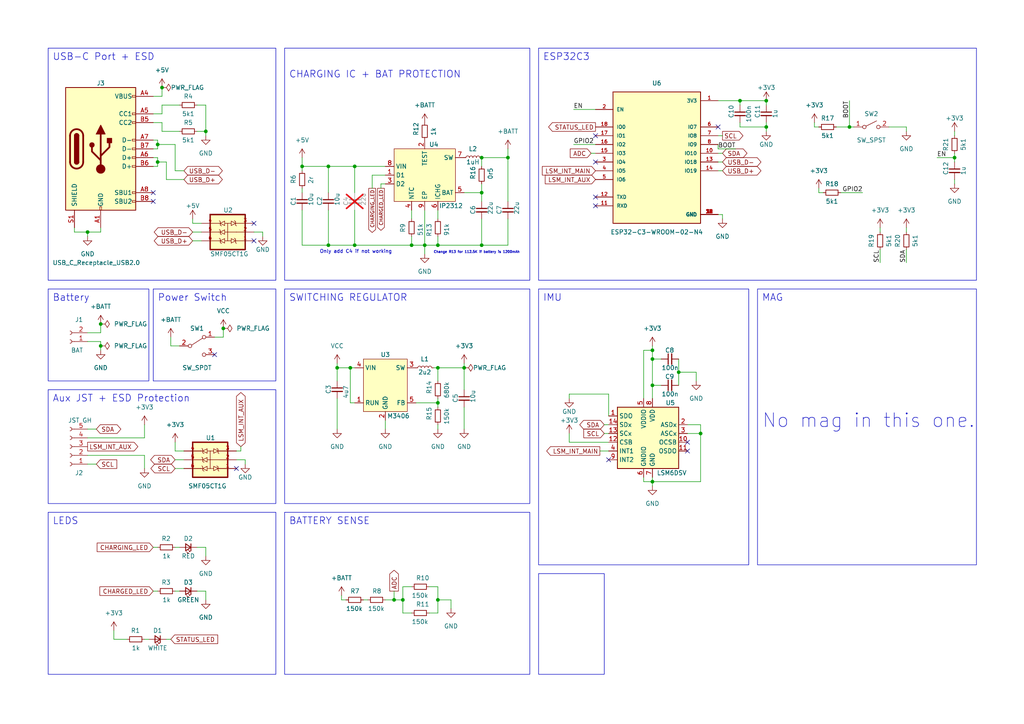
<source format=kicad_sch>
(kicad_sch (version 20230121) (generator eeschema)
  (paper "A4")
  (title_block (title "CosmicLSM") (date "2023-09-07") (rev "v1.0") (company "KOUNOLAB") (comment 1 "Currently untested!") (comment 2 "Licensed under CERN-OHL-P 2") (comment 3 "especially Gorbit99 and wigwagwent <3") (comment 4 "Thanks to everyone in the SlimeVR DIY community,"))
  (junction (at 87.63 48.26))
  (junction (at 222.25 29.21))
  (junction (at 97.79 106.68))
  (junction (at 127 71.12))
  (junction (at 214.63 29.21))
  (junction (at 276.86 45.72))
  (junction (at 147.32 45.72))
  (junction (at 64.77 95.25))
  (junction (at 46.99 25.4))
  (junction (at 102.87 71.12))
  (junction (at 246.38 36.83))
  (junction (at 189.23 111.76))
  (junction (at 203.2 125.73))
  (junction (at 95.25 71.12))
  (junction (at 116.84 173.99))
  (junction (at 95.25 48.26))
  (junction (at 127 173.99))
  (junction (at 196.85 107.95))
  (junction (at 45.72 46.99))
  (junction (at 59.69 38.1))
  (junction (at 134.62 106.68))
  (junction (at 127 116.84))
  (junction (at 25.4 67.31))
  (junction (at 29.21 93.98))
  (junction (at 114.3 173.99))
  (junction (at 45.72 41.91))
  (junction (at 101.6 106.68))
  (junction (at 222.25 36.83))
  (junction (at 119.38 71.12))
  (junction (at 189.23 101.6))
  (junction (at 29.21 100.33))
  (junction (at 139.7 71.12))
  (junction (at 123.19 71.12))
  (junction (at 139.7 45.72))
  (junction (at 189.23 139.7))
  (junction (at 127 106.68))
  (junction (at 189.23 104.14))
  (junction (at 102.87 48.26))
  (junction (at 139.7 55.88))
  (no_connect (at 68.58 135.89))
  (no_connect (at 176.53 133.35))
  (no_connect (at 172.72 46.99))
  (no_connect (at 62.23 102.87))
  (no_connect (at 199.39 130.81))
  (no_connect (at 44.45 55.88))
  (no_connect (at 172.72 57.15))
  (no_connect (at 172.72 39.37))
  (no_connect (at 44.45 58.42))
  (no_connect (at 199.39 128.27))
  (no_connect (at 208.28 36.83))
  (no_connect (at 73.66 69.85))
  (no_connect (at 73.66 64.77))
  (no_connect (at 172.72 59.69))
  (wire (pts (xy 59.69 171.45) (xy 59.69 173.99)))
  (wire (pts (xy 73.66 67.31) (xy 76.2 67.31)))
  (wire (pts (xy 165.1 114.3) (xy 165.1 115.57)))
  (wire (pts (xy 147.32 63.5) (xy 147.32 71.12)))
  (wire (pts (xy 127 124.46) (xy 127 123.19)))
  (wire (pts (xy 25.4 67.31) (xy 29.21 67.31)))
  (wire (pts (xy 238.76 55.88) (xy 237.49 55.88)))
  (wire (pts (xy 201.93 107.95) (xy 201.93 110.49)))
  (wire (pts (xy 236.22 35.56) (xy 236.22 36.83)))
  (wire (pts (xy 45.72 41.91) (xy 50.8 41.91)))
  (wire (pts (xy 116.84 170.18) (xy 119.38 170.18)))
  (wire (pts (xy 189.23 100.33) (xy 189.23 101.6)))
  (wire (pts (xy 208.28 62.23) (xy 209.55 62.23)))
  (wire (pts (xy 44.45 45.72) (xy 45.72 45.72)))
  (wire (pts (xy 25.4 124.46) (xy 27.94 124.46)))
  (wire (pts (xy 139.7 45.72) (xy 147.32 45.72)))
  (wire (pts (xy 196.85 107.95) (xy 196.85 111.76)))
  (wire (pts (xy 114.3 173.99) (xy 116.84 173.99)))
  (wire (pts (xy 50.8 158.75) (xy 52.07 158.75)))
  (wire (pts (xy 186.69 101.6) (xy 189.23 101.6)))
  (wire (pts (xy 191.77 104.14) (xy 189.23 104.14)))
  (wire (pts (xy 186.69 101.6) (xy 186.69 115.57)))
  (wire (pts (xy 139.7 71.12) (xy 127 71.12)))
  (wire (pts (xy 208.28 43.18) (xy 208.28 41.91)))
  (wire (pts (xy 127 115.57) (xy 127 116.84)))
  (wire (pts (xy 102.87 48.26) (xy 95.25 48.26)))
  (wire (pts (xy 48.26 52.07) (xy 53.34 52.07)))
  (wire (pts (xy 41.91 132.08) (xy 41.91 135.89)))
  (wire (pts (xy 246.38 36.83) (xy 247.65 36.83)))
  (wire (pts (xy 49.53 97.79) (xy 49.53 100.33)))
  (wire (pts (xy 46.99 33.02) (xy 46.99 30.48)))
  (wire (pts (xy 127 116.84) (xy 120.65 116.84)))
  (wire (pts (xy 55.88 67.31) (xy 58.42 67.31)))
  (wire (pts (xy 55.88 64.77) (xy 55.88 63.5)))
  (wire (pts (xy 114.3 171.45) (xy 114.3 173.99)))
  (wire (pts (xy 176.53 128.27) (xy 165.1 128.27)))
  (wire (pts (xy 196.85 104.14) (xy 196.85 107.95)))
  (wire (pts (xy 41.91 185.42) (xy 43.18 185.42)))
  (wire (pts (xy 257.81 36.83) (xy 262.89 36.83)))
  (wire (pts (xy 57.15 171.45) (xy 59.69 171.45)))
  (wire (pts (xy 276.86 45.72) (xy 276.86 46.99)))
  (wire (pts (xy 127 170.18) (xy 127 173.99)))
  (wire (pts (xy 46.99 35.56) (xy 46.99 38.1)))
  (wire (pts (xy 64.77 97.79) (xy 64.77 95.25)))
  (wire (pts (xy 196.85 107.95) (xy 201.93 107.95)))
  (wire (pts (xy 68.58 133.35) (xy 71.12 133.35)))
  (wire (pts (xy 95.25 48.26) (xy 95.25 55.88)))
  (wire (pts (xy 59.69 38.1) (xy 59.69 39.37)))
  (wire (pts (xy 209.55 46.99) (xy 208.28 46.99)))
  (wire (pts (xy 111.76 173.99) (xy 114.3 173.99)))
  (wire (pts (xy 262.89 72.39) (xy 262.89 76.2)))
  (wire (pts (xy 25.4 134.62) (xy 27.94 134.62)))
  (wire (pts (xy 127 110.49) (xy 127 106.68)))
  (wire (pts (xy 166.37 41.91) (xy 172.72 41.91)))
  (wire (pts (xy 139.7 45.72) (xy 139.7 48.26)))
  (wire (pts (xy 45.72 48.26) (xy 44.45 48.26)))
  (wire (pts (xy 97.79 106.68) (xy 97.79 110.49)))
  (wire (pts (xy 29.21 93.98) (xy 29.21 96.52)))
  (wire (pts (xy 127 116.84) (xy 127 118.11)))
  (wire (pts (xy 44.45 27.94) (xy 46.99 27.94)))
  (wire (pts (xy 45.72 45.72) (xy 45.72 46.99)))
  (wire (pts (xy 189.23 139.7) (xy 189.23 140.97)))
  (wire (pts (xy 25.4 67.31) (xy 25.4 68.58)))
  (wire (pts (xy 209.55 62.23) (xy 209.55 63.5)))
  (wire (pts (xy 186.69 139.7) (xy 186.69 138.43)))
  (wire (pts (xy 87.63 54.61) (xy 87.63 55.88)))
  (wire (pts (xy 127 177.8) (xy 124.46 177.8)))
  (wire (pts (xy 130.81 173.99) (xy 130.81 176.53)))
  (wire (pts (xy 45.72 41.91) (xy 45.72 40.64)))
  (wire (pts (xy 25.4 99.06) (xy 29.21 99.06)))
  (wire (pts (xy 271.78 45.72) (xy 276.86 45.72)))
  (wire (pts (xy 53.34 130.81) (xy 50.8 130.81)))
  (wire (pts (xy 33.02 182.88) (xy 33.02 185.42)))
  (wire (pts (xy 21.59 66.04) (xy 21.59 67.31)))
  (wire (pts (xy 127 106.68) (xy 134.62 106.68)))
  (wire (pts (xy 48.26 185.42) (xy 49.53 185.42)))
  (wire (pts (xy 95.25 71.12) (xy 102.87 71.12)))
  (wire (pts (xy 127 173.99) (xy 127 177.8)))
  (wire (pts (xy 102.87 48.26) (xy 102.87 55.88)))
  (wire (pts (xy 76.2 67.31) (xy 76.2 68.58)))
  (wire (pts (xy 116.84 173.99) (xy 116.84 177.8)))
  (wire (pts (xy 102.87 106.68) (xy 101.6 106.68)))
  (wire (pts (xy 102.87 71.12) (xy 119.38 71.12)))
  (wire (pts (xy 134.62 106.68) (xy 134.62 113.03)))
  (wire (pts (xy 134.62 118.11) (xy 134.62 124.46)))
  (wire (pts (xy 111.76 50.8) (xy 107.95 50.8)))
  (wire (pts (xy 176.53 120.65) (xy 176.53 114.3)))
  (wire (pts (xy 102.87 116.84) (xy 101.6 116.84)))
  (wire (pts (xy 116.84 173.99) (xy 116.84 170.18)))
  (wire (pts (xy 127 173.99) (xy 130.81 173.99)))
  (wire (pts (xy 199.39 125.73) (xy 203.2 125.73)))
  (wire (pts (xy 147.32 45.72) (xy 147.32 58.42)))
  (wire (pts (xy 29.21 100.33) (xy 29.21 101.6)))
  (wire (pts (xy 189.23 101.6) (xy 189.23 104.14)))
  (wire (pts (xy 45.72 158.75) (xy 44.45 158.75)))
  (wire (pts (xy 46.99 38.1) (xy 52.07 38.1)))
  (wire (pts (xy 87.63 60.96) (xy 87.63 71.12)))
  (wire (pts (xy 139.7 55.88) (xy 134.62 55.88)))
  (wire (pts (xy 95.25 60.96) (xy 95.25 71.12)))
  (wire (pts (xy 171.45 44.45) (xy 172.72 44.45)))
  (wire (pts (xy 46.99 25.4) (xy 46.99 27.94)))
  (wire (pts (xy 276.86 44.45) (xy 276.86 45.72)))
  (wire (pts (xy 45.72 43.18) (xy 45.72 41.91)))
  (wire (pts (xy 173.99 130.81) (xy 176.53 130.81)))
  (wire (pts (xy 127 106.68) (xy 125.73 106.68)))
  (wire (pts (xy 203.2 123.19) (xy 203.2 125.73)))
  (wire (pts (xy 203.2 125.73) (xy 203.2 139.7)))
  (wire (pts (xy 71.12 133.35) (xy 71.12 134.62)))
  (wire (pts (xy 87.63 71.12) (xy 95.25 71.12)))
  (wire (pts (xy 147.32 71.12) (xy 139.7 71.12)))
  (wire (pts (xy 102.87 60.96) (xy 102.87 71.12)))
  (wire (pts (xy 45.72 40.64) (xy 44.45 40.64)))
  (wire (pts (xy 111.76 121.92) (xy 111.76 124.46)))
  (wire (pts (xy 139.7 55.88) (xy 139.7 58.42)))
  (wire (pts (xy 123.19 71.12) (xy 123.19 60.96)))
  (wire (pts (xy 59.69 38.1) (xy 57.15 38.1)))
  (wire (pts (xy 242.57 36.83) (xy 246.38 36.83)))
  (wire (pts (xy 59.69 158.75) (xy 59.69 161.29)))
  (wire (pts (xy 166.37 31.75) (xy 172.72 31.75)))
  (wire (pts (xy 99.06 172.72) (xy 99.06 173.99)))
  (wire (pts (xy 127 68.58) (xy 127 71.12)))
  (wire (pts (xy 25.4 96.52) (xy 29.21 96.52)))
  (wire (pts (xy 222.25 38.1) (xy 222.25 36.83)))
  (wire (pts (xy 45.72 46.99) (xy 48.26 46.99)))
  (wire (pts (xy 175.26 125.73) (xy 176.53 125.73)))
  (wire (pts (xy 58.42 64.77) (xy 55.88 64.77)))
  (wire (pts (xy 50.8 128.27) (xy 50.8 130.81)))
  (wire (pts (xy 276.86 52.07) (xy 276.86 53.34)))
  (wire (pts (xy 165.1 125.73) (xy 165.1 128.27)))
  (wire (pts (xy 214.63 29.21) (xy 222.25 29.21)))
  (wire (pts (xy 46.99 30.48) (xy 52.07 30.48)))
  (wire (pts (xy 50.8 49.53) (xy 53.34 49.53)))
  (wire (pts (xy 62.23 97.79) (xy 64.77 97.79)))
  (wire (pts (xy 134.62 105.41) (xy 134.62 106.68)))
  (wire (pts (xy 189.23 111.76) (xy 191.77 111.76)))
  (wire (pts (xy 243.84 55.88) (xy 250.19 55.88)))
  (wire (pts (xy 44.45 43.18) (xy 45.72 43.18)))
  (wire (pts (xy 29.21 67.31) (xy 29.21 66.04)))
  (wire (pts (xy 123.19 71.12) (xy 127 71.12)))
  (wire (pts (xy 262.89 66.04) (xy 262.89 67.31)))
  (wire (pts (xy 189.23 111.76) (xy 189.23 115.57)))
  (wire (pts (xy 203.2 139.7) (xy 189.23 139.7)))
  (wire (pts (xy 123.19 71.12) (xy 123.19 73.66)))
  (wire (pts (xy 139.7 53.34) (xy 139.7 55.88)))
  (wire (pts (xy 222.25 29.21) (xy 222.25 30.48)))
  (wire (pts (xy 107.95 50.8) (xy 107.95 54.61)))
  (wire (pts (xy 116.84 177.8) (xy 119.38 177.8)))
  (wire (pts (xy 48.26 46.99) (xy 48.26 52.07)))
  (wire (pts (xy 29.21 99.06) (xy 29.21 100.33)))
  (wire (pts (xy 237.49 36.83) (xy 236.22 36.83)))
  (wire (pts (xy 119.38 68.58) (xy 119.38 71.12)))
  (wire (pts (xy 208.28 44.45) (xy 209.55 44.45)))
  (wire (pts (xy 69.85 129.54) (xy 69.85 130.81)))
  (wire (pts (xy 176.53 114.3) (xy 165.1 114.3)))
  (wire (pts (xy 44.45 33.02) (xy 46.99 33.02)))
  (wire (pts (xy 214.63 36.83) (xy 214.63 35.56)))
  (wire (pts (xy 199.39 123.19) (xy 203.2 123.19)))
  (wire (pts (xy 186.69 139.7) (xy 189.23 139.7)))
  (wire (pts (xy 110.49 53.34) (xy 110.49 54.61)))
  (wire (pts (xy 87.63 45.72) (xy 87.63 48.26)))
  (wire (pts (xy 44.45 35.56) (xy 46.99 35.56)))
  (wire (pts (xy 21.59 67.31) (xy 25.4 67.31)))
  (wire (pts (xy 237.49 54.61) (xy 237.49 55.88)))
  (wire (pts (xy 101.6 116.84) (xy 101.6 106.68)))
  (wire (pts (xy 41.91 123.19) (xy 41.91 127)))
  (wire (pts (xy 49.53 100.33) (xy 52.07 100.33)))
  (wire (pts (xy 50.8 41.91) (xy 50.8 49.53)))
  (wire (pts (xy 214.63 36.83) (xy 222.25 36.83)))
  (wire (pts (xy 139.7 63.5) (xy 139.7 71.12)))
  (wire (pts (xy 45.72 171.45) (xy 44.45 171.45)))
  (wire (pts (xy 69.85 130.81) (xy 68.58 130.81)))
  (wire (pts (xy 147.32 43.18) (xy 147.32 45.72)))
  (wire (pts (xy 124.46 170.18) (xy 127 170.18)))
  (wire (pts (xy 127 60.96) (xy 127 63.5)))
  (wire (pts (xy 208.28 29.21) (xy 214.63 29.21)))
  (wire (pts (xy 255.27 66.04) (xy 255.27 67.31)))
  (wire (pts (xy 189.23 104.14) (xy 189.23 111.76)))
  (wire (pts (xy 97.79 105.41) (xy 97.79 106.68)))
  (wire (pts (xy 50.8 171.45) (xy 52.07 171.45)))
  (wire (pts (xy 55.88 69.85) (xy 58.42 69.85)))
  (wire (pts (xy 25.4 127) (xy 41.91 127)))
  (wire (pts (xy 50.8 133.35) (xy 53.34 133.35)))
  (wire (pts (xy 57.15 30.48) (xy 59.69 30.48)))
  (wire (pts (xy 209.55 49.53) (xy 208.28 49.53)))
  (wire (pts (xy 189.23 139.7) (xy 189.23 138.43)))
  (wire (pts (xy 262.89 36.83) (xy 262.89 38.1)))
  (wire (pts (xy 57.15 158.75) (xy 59.69 158.75)))
  (wire (pts (xy 105.41 173.99) (xy 106.68 173.99)))
  (wire (pts (xy 175.26 123.19) (xy 176.53 123.19)))
  (wire (pts (xy 25.4 132.08) (xy 41.91 132.08)))
  (wire (pts (xy 97.79 106.68) (xy 101.6 106.68)))
  (wire (pts (xy 214.63 30.48) (xy 214.63 29.21)))
  (wire (pts (xy 255.27 72.39) (xy 255.27 76.2)))
  (wire (pts (xy 102.87 48.26) (xy 111.76 48.26)))
  (wire (pts (xy 119.38 71.12) (xy 123.19 71.12)))
  (wire (pts (xy 246.38 29.21) (xy 246.38 36.83)))
  (wire (pts (xy 111.76 53.34) (xy 110.49 53.34)))
  (wire (pts (xy 45.72 46.99) (xy 45.72 48.26)))
  (wire (pts (xy 208.28 39.37) (xy 209.55 39.37)))
  (wire (pts (xy 99.06 173.99) (xy 100.33 173.99)))
  (wire (pts (xy 119.38 60.96) (xy 119.38 63.5)))
  (wire (pts (xy 50.8 135.89) (xy 53.34 135.89)))
  (wire (pts (xy 36.83 185.42) (xy 33.02 185.42)))
  (wire (pts (xy 97.79 115.57) (xy 97.79 124.46)))
  (wire (pts (xy 87.63 48.26) (xy 87.63 49.53)))
  (wire (pts (xy 59.69 30.48) (xy 59.69 38.1)))
  (wire (pts (xy 276.86 38.1) (xy 276.86 39.37)))
  (wire (pts (xy 222.25 35.56) (xy 222.25 36.83)))
  (wire (pts (xy 213.36 43.18) (xy 208.28 43.18)))
  (wire (pts (xy 95.25 48.26) (xy 87.63 48.26)))
  (rectangle (start 156.21 166.37) (end 175.26 195.58))
  (rectangle (start 13.97 83.82) (end 43.18 110.49))
  (rectangle (start 156.21 13.97) (end 283.21 81.28))
  (rectangle (start 82.55 148.59) (end 153.67 195.58))
  (rectangle (start 13.97 148.59) (end 80.01 195.58))
  (rectangle (start 13.97 113.03) (end 80.01 146.05))
  (rectangle (start 44.45 83.82) (end 80.01 110.49))
  (rectangle (start 156.21 83.82) (end 217.17 163.83))
  (rectangle (start 219.71 83.82) (end 283.21 163.83))
  (rectangle (start 82.55 13.97) (end 153.67 81.28))
  (rectangle (start 13.97 13.97) (end 80.01 81.28))
  (rectangle (start 82.55 83.82) (end 153.67 146.05))
  (text "Battery\n" (at 15.24 87.63 0) (effects (font (size 2 2)) (justify left bottom)))
  (text "Only add C4 if not working" (at 92.71 73.66 0) (effects (font (size 1 1)) (justify left bottom)))
  (text "SWITCHING REGULATOR\n" (at 83.82 87.63 0) (effects (font (size 2 2)) (justify left bottom)))
  (text "No mag in this one." (at 220.98 124.46 0) (effects (font (size 4 4)) (justify left bottom)))
  (text "ESP32C3\n" (at 157.48 17.78 0) (effects (font (size 2 2)) (justify left bottom)))
  (text "MAG\n" (at 220.98 87.63 0) (effects (font (size 2 2)) (justify left bottom)))
  (text "USB-C Port + ESD\n" (at 15.24 17.78 0) (effects (font (size 2 2)) (justify left bottom)))
  (text "IMU" (at 157.48 87.63 0) (effects (font (size 2 2)) (justify left bottom)))
  (text "Aux JST + ESD Protection" (at 15.24 116.84 0) (effects (font (size 2 2)) (justify left bottom)))
  (text "BATTERY SENSE" (at 83.82 152.4 0) (effects (font (size 2 2)) (justify left bottom)))
  (text "Change R13 for 112.5K if battery is 1200mAh" (at 125.73 73.66 0) (effects (font (size 0.7 0.7)) (justify left bottom)))
  (text "Power Switch\n" (at 45.72 87.63 0) (effects (font (size 2 2)) (justify left bottom)))
  (text "CHARGING IC + BAT PROTECTION\n" (at 83.82 22.86 0) (effects (font (size 2 2)) (justify left bottom)))
  (text "LEDS\n" (at 15.24 152.4 0) (effects (font (size 2 2)) (justify left bottom)))
  (label "BOOT" (at 213.36 43.18 180))
  (label "SDA" (at 262.89 76.2 90))
  (label "GPIO2" (at 166.37 41.91 0))
  (label "BOOT" (at 246.38 29.21 270))
  (label "EN" (at 166.37 31.75 0))
  (label "EN" (at 271.78 45.72 0))
  (label "GPIO2" (at 250.19 55.88 180))
  (label "SCL" (at 255.27 76.2 90))
  (global_label "SDA" (shape bidirectional) (at 50.8 133.35 180) (property "Intersheetrefs" "${INTERSHEET_REFS}" (effects hide)))
  (global_label "SCL" (shape output) (at 209.55 39.37 0) (property "Intersheetrefs" "${INTERSHEET_REFS}" (effects hide)))
  (global_label "USB_D-" (shape bidirectional) (at 55.88 67.31 180) (property "Intersheetrefs" "${INTERSHEET_REFS}" (effects hide)))
  (global_label "SDA" (shape bidirectional) (at 175.26 123.19 180) (property "Intersheetrefs" "${INTERSHEET_REFS}" (effects hide)))
  (global_label "USB_D+" (shape bidirectional) (at 209.55 49.53 0) (property "Intersheetrefs" "${INTERSHEET_REFS}" (effects hide)))
  (global_label "ADC" (shape input) (at 171.45 44.45 180) (property "Intersheetrefs" "${INTERSHEET_REFS}" (effects hide)))
  (global_label "CHARGING_LED" (shape output) (at 107.95 54.61 270) (effects (font (size 1 1))) (property "Intersheetrefs" "${INTERSHEET_REFS}" (effects hide)))
  (global_label "LSM_INT_AUX" (shape input) (at 172.72 52.07 180) (property "Intersheetrefs" "${INTERSHEET_REFS}" (effects hide)))
  (global_label "LSM_INT_MAIN" (shape output) (at 173.99 130.81 180) (property "Intersheetrefs" "${INTERSHEET_REFS}" (effects hide)))
  (global_label "SCL" (shape input) (at 175.26 125.73 180) (property "Intersheetrefs" "${INTERSHEET_REFS}" (effects hide)))
  (global_label "SDA" (shape bidirectional) (at 27.94 124.46 0) (property "Intersheetrefs" "${INTERSHEET_REFS}" (effects hide)))
  (global_label "USB_D+" (shape bidirectional) (at 55.88 69.85 180) (property "Intersheetrefs" "${INTERSHEET_REFS}" (effects hide)))
  (global_label "USB_D+" (shape bidirectional) (at 53.34 52.07 0) (property "Intersheetrefs" "${INTERSHEET_REFS}" (effects hide)))
  (global_label "LSM_INT_AUX" (shape output) (at 25.4 129.54 0) (property "Intersheetrefs" "${INTERSHEET_REFS}" (effects hide)))
  (global_label "CHARGED_LED" (shape input) (at 44.45 171.45 180) (property "Intersheetrefs" "${INTERSHEET_REFS}" (effects hide)))
  (global_label "SCL" (shape bidirectional) (at 50.8 135.89 180) (property "Intersheetrefs" "${INTERSHEET_REFS}" (effects hide)))
  (global_label "USB_D-" (shape bidirectional) (at 53.34 49.53 0) (property "Intersheetrefs" "${INTERSHEET_REFS}" (effects hide)))
  (global_label "SCL" (shape input) (at 27.94 134.62 0) (property "Intersheetrefs" "${INTERSHEET_REFS}" (effects hide)))
  (global_label "CHARGING_LED" (shape input) (at 44.45 158.75 180) (property "Intersheetrefs" "${INTERSHEET_REFS}" (effects hide)))
  (global_label "LSM_INT_AUX" (shape bidirectional) (at 69.85 129.54 90) (property "Intersheetrefs" "${INTERSHEET_REFS}" (effects hide)))
  (global_label "STATUS_LED" (shape input) (at 49.53 185.42 0) (property "Intersheetrefs" "${INTERSHEET_REFS}" (effects hide)))
  (global_label "USB_D-" (shape bidirectional) (at 209.55 46.99 0) (property "Intersheetrefs" "${INTERSHEET_REFS}" (effects hide)))
  (global_label "CHARGED_LED" (shape output) (at 110.49 54.61 270) (effects (font (size 1 1))) (property "Intersheetrefs" "${INTERSHEET_REFS}" (effects hide)))
  (global_label "STATUS_LED" (shape output) (at 172.72 36.83 180) (property "Intersheetrefs" "${INTERSHEET_REFS}" (effects hide)))
  (global_label "ADC" (shape output) (at 114.3 171.45 90) (property "Intersheetrefs" "${INTERSHEET_REFS}" (effects hide)))
  (global_label "SDA" (shape bidirectional) (at 209.55 44.45 0) (property "Intersheetrefs" "${INTERSHEET_REFS}" (effects hide)))
  (global_label "LSM_INT_MAIN" (shape input) (at 172.72 49.53 180) (property "Intersheetrefs" "${INTERSHEET_REFS}" (effects hide)))
  (symbol (lib_id "CosmicLSM_Symbols:R_Small") (at 48.26 158.75 90) (unit 1)
    (property "Reference" "R2" (at 49.53 156.21 90) (effects (justify left)))
    (property "Value" "1k" (at 49.53 161.29 90) (effects (justify left)))
    (property "Footprint" "Resistor_SMD:R_0603_1608Metric_Pad0.98x0.95mm_HandSolder" (effects hide))
  )
  (symbol (lib_id "power:GND") (at 59.69 173.99 0) (unit 1)
    (property "Reference" "#PWR013" (effects hide))
    (property "Value" "GND" (at 59.69 179.07 0))
  )
  (symbol (lib_id "CosmicLSM_Symbols:LED_Small") (at 54.61 171.45 180) (unit 1)
    (property "Reference" "D3" (at 54.61 168.91 0))
    (property "Value" "GREEN" (at 54.61 173.99 0))
    (property "Footprint" "LED_SMD:LED_0603_1608Metric_Pad1.05x0.95mm_HandSolder" (effects hide))
  )
  (symbol (lib_id "CosmicLSM_Symbols:SMF05CT1G") (at 60.96 133.35 180) (unit 1)
    (property "Reference" "U1" (at 59.69 127 0) (effects (justify right)))
    (property "Value" "SMF05CT1G" (at 54.61 140.97 0) (effects (justify right)))
    (property "Footprint" "Package_TO_SOT_SMD:SOT-363_SC-70-6" (effects hide))
    (property "MF" "onsemi" (effects hide))
    (property "DESCRIPTION" "SMF05C Series 7.2 V 100 W 5-Line Transient Voltage Suppressor Array - SC-88" (effects hide))
    (property "PACKAGE" "SOT-363 ON Semiconductor" (effects hide))
    (property "PRICE" "None" (effects hide))
    (property "Package" "SC-88-6 ON Semiconductor" (effects hide))
    (property "Check_prices" "https://www.snapeda.com/parts/SMF05CT1G/Onsemi/view-part/?ref=eda" (effects hide))
    (property "STANDARD" "IPC7351B" (effects hide))
    (property "SnapEDA_Link" "https://www.snapeda.com/parts/SMF05CT1G/Onsemi/view-part/?ref=snap" (effects hide))
    (property "MP" "SMF05CT1G" (effects hide))
    (property "Purchase-URL" "https://pricing.snapeda.com/search?q=SMF05CT1G&ref=eda" (effects hide))
    (property "Description" "\n12.5V Clamp 8A (8/20µs) Ipp Tvs Diode Surface Mount SC-88/SC70-6/SOT-363\n" (effects hide))
    (property "Availability" "In Stock" (effects hide))
    (property "Price" "None" (effects hide))
    (property "MANUFACTURER" "ON Semiconductor" (effects hide))
  )
  (symbol (lib_id "power:PWR_FLAG") (at 46.99 25.4 270) (unit 1)
    (property "Reference" "#FLG03" (effects hide))
    (property "Value" "PWR_FLAG" (at 49.53 25.4 90) (effects (justify left)))
  )
  (symbol (lib_id "power:+3V3") (at 237.49 54.61 0) (unit 1)
    (property "Reference" "#PWR038" (effects hide))
    (property "Value" "+3V3" (at 237.49 49.53 0))
  )
  (symbol (lib_id "CosmicLSM_Symbols:IP2312") (at 123.19 33.02 0) (unit 1)
    (property "Reference" "U4" (at 124.46 41.91 0) (effects (justify left)))
    (property "Value" "IP2312" (at 130.81 59.69 0))
    (property "Footprint" "Package_SO:HSOP-8-1EP_3.9x4.9mm_P1.27mm_EP2.41x3.1mm" (effects hide))
  )
  (symbol (lib_id "power:GND") (at 59.69 161.29 0) (unit 1)
    (property "Reference" "#PWR012" (effects hide))
    (property "Value" "GND" (at 59.69 166.37 0))
  )
  (symbol (lib_id "power:GND") (at 134.62 124.46 0) (unit 1)
    (property "Reference" "#PWR027" (effects hide))
    (property "Value" "GND" (at 134.62 129.54 0))
  )
  (symbol (lib_id "CosmicLSM_Symbols:BMI270") (at 189.23 125.73 0) (unit 1)
    (property "Reference" "U5" (at 193.04 116.84 0) (effects (justify left)))
    (property "Value" "LSM6DSV" (at 190.5 137.16 0) (effects (justify left)))
    (property "Footprint" "Package_LGA:Bosch_LGA-14_3x2.5mm_P0.5mm" (effects hide))
    (property "Datasheet" "https://www.bosch-sensortec.com/media/boschsensortec/downloads/datasheets/bst-bmi160-ds000.pdf" (effects hide))
  )
  (symbol (lib_id "power:+BATT") (at 123.19 35.56 0) (unit 1)
    (property "Reference" "#PWR022" (effects hide))
    (property "Value" "+BATT" (at 123.19 30.48 0))
  )
  (symbol (lib_id "power:+3V3") (at 255.27 66.04 0) (unit 1)
    (property "Reference" "#PWR040" (effects hide))
    (property "Value" "+3V3" (at 255.27 60.96 0))
  )
  (symbol (lib_id "power:+5V") (at 55.88 63.5 0) (unit 1)
    (property "Reference" "#PWR010" (effects hide))
    (property "Value" "+5V" (at 55.88 59.69 0))
  )
  (symbol (lib_id "CosmicLSM_Symbols:R_Small") (at 255.27 69.85 0) (unit 1)
    (property "Reference" "R19" (at 252.73 69.85 90))
    (property "Value" "5k1" (at 257.81 69.85 90))
    (property "Footprint" "Resistor_SMD:R_0603_1608Metric_Pad0.98x0.95mm_HandSolder" (effects hide))
  )
  (symbol (lib_id "power:GND") (at 41.91 135.89 0) (unit 1)
    (property "Reference" "#PWR06" (effects hide))
    (property "Value" "GND" (at 41.91 140.97 0))
  )
  (symbol (lib_id "power:VCC") (at 64.77 95.25 0) (unit 1)
    (property "Reference" "#PWR014" (effects hide))
    (property "Value" "VCC" (at 64.77 90.17 0))
  )
  (symbol (lib_id "power:+3V3") (at 236.22 35.56 0) (unit 1)
    (property "Reference" "#PWR037" (effects hide))
    (property "Value" "+3V3" (at 236.22 30.48 0))
  )
  (symbol (lib_id "power:GND") (at 71.12 134.62 0) (unit 1)
    (property "Reference" "#PWR015" (effects hide))
    (property "Value" "GND" (at 71.12 138.43 0))
  )
  (symbol (lib_id "power:+3V3") (at 134.62 105.41 0) (unit 1)
    (property "Reference" "#PWR026" (effects hide))
    (property "Value" "+3V3" (at 134.62 100.33 0))
  )
  (symbol (lib_id "CosmicLSM_Symbols:LED_Small") (at 45.72 185.42 180) (unit 1)
    (property "Reference" "D1" (at 45.72 182.88 0))
    (property "Value" "WHITE" (at 45.72 187.96 0))
    (property "Footprint" "LED_SMD:LED_0603_1608Metric_Pad1.05x0.95mm_HandSolder" (effects hide))
  )
  (symbol (lib_id "power:GND") (at 130.81 176.53 0) (unit 1)
    (property "Reference" "#PWR025" (effects hide))
    (property "Value" "GND" (at 130.81 181.61 0))
  )
  (symbol (lib_id "CosmicLSM_Symbols:R_Small") (at 87.63 52.07 0) (unit 1)
    (property "Reference" "R6" (at 85.09 53.34 90) (effects (justify left)))
    (property "Value" "2r" (at 90.17 53.34 90) (effects (justify left)))
    (property "Footprint" "Resistor_SMD:R_0603_1608Metric_Pad0.98x0.95mm_HandSolder" (effects hide))
  )
  (symbol (lib_id "power:+BATT") (at 49.53 97.79 0) (unit 1)
    (property "Reference" "#PWR08" (effects hide))
    (property "Value" "+BATT" (at 49.53 92.71 0))
  )
  (symbol (lib_id "power:+BATT") (at 99.06 172.72 0) (unit 1)
    (property "Reference" "#PWR020" (effects hide))
    (property "Value" "+BATT" (at 99.06 167.64 0))
  )
  (symbol (lib_id "CosmicLSM_Symbols:R_Small") (at 48.26 171.45 90) (unit 1)
    (property "Reference" "R3" (at 49.53 168.91 90) (effects (justify left)))
    (property "Value" "1k" (at 49.53 173.99 90) (effects (justify left)))
    (property "Footprint" "Resistor_SMD:R_0603_1608Metric_Pad0.98x0.95mm_HandSolder" (effects hide))
  )
  (symbol (lib_id "power:GND") (at 97.79 124.46 0) (unit 1)
    (property "Reference" "#PWR019" (effects hide))
    (property "Value" "GND" (at 97.79 129.54 0))
  )
  (symbol (lib_id "CosmicLSM_Symbols:R_Small") (at 127 113.03 0) (unit 1)
    (property "Reference" "R14" (at 124.46 114.3 90) (effects (justify left)))
    (property "Value" "680k" (at 129.54 115.57 90) (effects (justify left)))
    (property "Footprint" "Resistor_SMD:R_0603_1608Metric_Pad0.98x0.95mm_HandSolder" (effects hide))
  )
  (symbol (lib_id "power:PWR_FLAG") (at 64.77 95.25 270) (unit 1)
    (property "Reference" "#FLG04" (effects hide))
    (property "Value" "PWR_FLAG" (at 68.58 95.25 90) (effects (justify left)))
  )
  (symbol (lib_id "CosmicLSM_Symbols:USB_C_Receptacle_USB2.0") (at 29.21 43.18 0) (unit 1)
    (property "Reference" "J3" (at 29.21 24.13 0))
    (property "Value" "USB_C_Receptacle_USB2.0" (at 27.94 76.2 0))
    (property "Footprint" "Connector_USB:USB_C_Receptacle_XKB_U262-16XN-4BVC11" (effects hide))
    (property "Datasheet" "https://www.usb.org/sites/default/files/documents/usb_type-c.zip" (effects hide))
  )
  (symbol (lib_id "power:+3V3") (at 222.25 29.21 0) (unit 1)
    (property "Reference" "#PWR035" (effects hide))
    (property "Value" "+3V3" (at 222.25 25.4 0))
  )
  (symbol (lib_id "CosmicLSM_Symbols:R_Small") (at 39.37 185.42 90) (unit 1)
    (property "Reference" "R1" (at 40.64 182.88 90) (effects (justify left)))
    (property "Value" "1k" (at 40.64 187.96 90) (effects (justify left)))
    (property "Footprint" "Resistor_SMD:R_0603_1608Metric_Pad0.98x0.95mm_HandSolder" (effects hide))
  )
  (symbol (lib_id "CosmicLSM_Symbols:C_Small") (at 222.25 33.02 0) (unit 1)
    (property "Reference" "C11" (at 219.71 34.29 90) (effects (justify left)))
    (property "Value" "1u" (at 224.79 34.29 90) (effects (justify left)))
    (property "Footprint" "Capacitor_SMD:C_0603_1608Metric_Pad1.08x0.95mm_HandSolder" (effects hide))
  )
  (symbol (lib_id "CosmicLSM_Symbols:R_Small") (at 262.89 69.85 0) (unit 1)
    (property "Reference" "R20" (at 260.35 69.85 90))
    (property "Value" "5k1" (at 265.43 69.85 90))
    (property "Footprint" "Resistor_SMD:R_0603_1608Metric_Pad0.98x0.95mm_HandSolder" (effects hide))
  )
  (symbol (lib_id "power:+3V3") (at 33.02 182.88 0) (unit 1)
    (property "Reference" "#PWR04" (effects hide))
    (property "Value" "+3V3" (at 33.02 177.8 0))
  )
  (symbol (lib_id "CosmicLSM_Symbols:C_Small") (at 97.79 113.03 0) (unit 1)
    (property "Reference" "C3" (at 95.25 114.3 90) (effects (justify left)))
    (property "Value" "4u7" (at 100.33 115.57 90) (effects (justify left)))
    (property "Footprint" "Capacitor_SMD:C_0603_1608Metric_Pad1.08x0.95mm_HandSolder" (effects hide))
  )
  (symbol (lib_id "power:+3V3") (at 50.8 128.27 0) (unit 1)
    (property "Reference" "#PWR09" (effects hide))
    (property "Value" "+3V3" (at 50.8 123.19 0))
  )
  (symbol (lib_id "CosmicLSM_Symbols:C_Small") (at 147.32 60.96 0) (unit 1)
    (property "Reference" "C7" (at 144.78 62.23 90) (effects (justify left)))
    (property "Value" "22u" (at 149.86 62.23 90) (effects (justify left)))
    (property "Footprint" "Capacitor_SMD:C_0603_1608Metric_Pad1.08x0.95mm_HandSolder" (effects hide))
  )
  (symbol (lib_id "CosmicLSM_Symbols:SMF05CT1G") (at 66.04 67.31 180) (unit 1)
    (property "Reference" "U2" (at 64.77 60.96 0) (effects (justify right)))
    (property "Value" "SMF05CT1G" (at 60.96 73.66 0) (effects (justify right)))
    (property "Footprint" "Package_TO_SOT_SMD:SOT-363_SC-70-6" (effects hide))
    (property "MF" "onsemi" (effects hide))
    (property "DESCRIPTION" "SMF05C Series 7.2 V 100 W 5-Line Transient Voltage Suppressor Array - SC-88" (effects hide))
    (property "PACKAGE" "SOT-363 ON Semiconductor" (effects hide))
    (property "PRICE" "None" (effects hide))
    (property "Package" "SC-88-6 ON Semiconductor" (effects hide))
    (property "Check_prices" "https://www.snapeda.com/parts/SMF05CT1G/Onsemi/view-part/?ref=eda" (effects hide))
    (property "STANDARD" "IPC7351B" (effects hide))
    (property "SnapEDA_Link" "https://www.snapeda.com/parts/SMF05CT1G/Onsemi/view-part/?ref=snap" (effects hide))
    (property "MP" "SMF05CT1G" (effects hide))
    (property "Purchase-URL" "https://pricing.snapeda.com/search?q=SMF05CT1G&ref=eda" (effects hide))
    (property "Description" "\n12.5V Clamp 8A (8/20µs) Ipp Tvs Diode Surface Mount SC-88/SC70-6/SOT-363\n" (effects hide))
    (property "Availability" "In Stock" (effects hide))
    (property "Price" "None" (effects hide))
    (property "MANUFACTURER" "ON Semiconductor" (effects hide))
  )
  (symbol (lib_id "CosmicLSM_Symbols:Conn_01x02_Socket") (at 20.32 96.52 0) (mirror y) (unit 1)
    (property "Reference" "J1" (at 24.13 92.71 0) (effects (justify left)))
    (property "Value" "BAT" (at 24.13 101.6 0) (effects (justify left)))
    (property "Footprint" "Connector_JST:JST_PH_S2B-PH-SM4-TB_1x02-1MP_P2.00mm_Horizontal" (effects hide))
  )
  (symbol (lib_id "power:+5V") (at 46.99 25.4 0) (unit 1)
    (property "Reference" "#PWR07" (effects hide))
    (property "Value" "+5V" (at 46.99 20.32 0))
  )
  (symbol (lib_id "power:GND") (at 165.1 115.57 0) (unit 1)
    (property "Reference" "#PWR029" (effects hide))
    (property "Value" "GND" (at 165.1 119.38 0))
  )
  (symbol (lib_id "power:GND") (at 201.93 110.49 0) (unit 1)
    (property "Reference" "#PWR033" (effects hide))
    (property "Value" "GND" (at 201.93 115.57 0))
  )
  (symbol (lib_id "CosmicLSM_Symbols:R_Small") (at 276.86 41.91 0) (unit 1)
    (property "Reference" "R21" (at 274.32 41.91 90))
    (property "Value" "5k1" (at 279.4 41.91 90))
    (property "Footprint" "Resistor_SMD:R_0603_1608Metric_Pad0.98x0.95mm_HandSolder" (effects hide))
  )
  (symbol (lib_id "power:GND") (at 59.69 39.37 0) (unit 1)
    (property "Reference" "#PWR011" (effects hide))
    (property "Value" "GND" (at 59.69 44.45 0))
  )
  (symbol (lib_id "CosmicLSM_Symbols:C_Small") (at 102.87 58.42 0) (unit 1) (dnp yes)
    (property "Reference" "C4" (at 100.33 59.69 90) (effects (justify left)))
    (property "Value" "22u" (at 105.41 59.69 90) (effects (justify left)))
    (property "Footprint" "Capacitor_SMD:C_0603_1608Metric_Pad1.08x0.95mm_HandSolder" (effects hide))
  )
  (symbol (lib_id "CosmicLSM_Symbols:Conn_01x05_Socket") (at 20.32 129.54 180) (unit 1)
    (property "Reference" "J2" (at 24.13 137.16 0) (effects (justify left)))
    (property "Value" "JST GH" (at 26.67 121.92 0) (effects (justify left)))
    (property "Footprint" "Connector_JST:JST_GH_SM05B-GHS-TB_1x05-1MP_P1.25mm_Horizontal" (effects hide))
  )
  (symbol (lib_id "power:+3V3") (at 276.86 38.1 0) (unit 1)
    (property "Reference" "#PWR042" (effects hide))
    (property "Value" "+3V3" (at 276.86 34.29 0))
  )
  (symbol (lib_id "power:GND") (at 262.89 38.1 0) (unit 1)
    (property "Reference" "#PWR039" (effects hide))
    (property "Value" "GND" (at 262.89 43.18 0))
  )
  (symbol (lib_id "CosmicLSM_Symbols:R_Small") (at 119.38 66.04 180) (unit 1)
    (property "Reference" "R9" (at 116.84 64.77 90) (effects (justify left)))
    (property "Value" "51k" (at 121.92 64.77 90) (effects (justify left)))
    (property "Footprint" "Resistor_SMD:R_0603_1608Metric_Pad0.98x0.95mm_HandSolder" (effects hide))
  )
  (symbol (lib_id "power:+3V3") (at 41.91 123.19 0) (unit 1)
    (property "Reference" "#PWR05" (effects hide))
    (property "Value" "+3V3" (at 41.91 118.11 0))
  )
  (symbol (lib_id "CosmicLSM_Symbols:R_Small") (at 123.19 38.1 0) (unit 1)
    (property "Reference" "R12" (at 120.65 39.37 90) (effects (justify left)))
    (property "Value" "1k" (at 125.73 39.37 90) (effects (justify left)))
    (property "Footprint" "Resistor_SMD:R_0603_1608Metric_Pad0.98x0.95mm_HandSolder" (effects hide))
  )
  (symbol (lib_id "CosmicLSM_Symbols:SW_SPST") (at 252.73 36.83 0) (unit 1)
    (property "Reference" "SW2" (at 252.73 33.02 0))
    (property "Value" "SW_SPST" (at 252.73 40.64 0))
    (property "Footprint" "Button_Switch_SMD:SW_SPST_B3U-1000P" (effects hide))
  )
  (symbol (lib_id "power:+3V3") (at 165.1 125.73 0) (unit 1)
    (property "Reference" "#PWR030" (effects hide))
    (property "Value" "+3V3" (at 165.1 121.92 0))
  )
  (symbol (lib_id "CosmicLSM_Symbols:ESP32-C3-WROOM-02-N4") (at 190.5 46.99 0) (unit 1)
    (property "Reference" "U6" (at 190.5 24.13 0))
    (property "Value" "ESP32-C3-WROOM-02-N4" (at 190.5 67.31 0))
    (property "Footprint" "footprints:MODULE_ESP32-C3-WROOM-02-H4" (effects hide))
    (property "MF" "Espressif Systems" (effects hide))
    (property "DESCRIPTION" "WiFi Modules (802.11) (Engineering Samples) SMD module, ESP32-C3, 4MB SPI flash, PCB antenna, -40 C +105 C" (effects hide))
    (property "PACKAGE" "Package" (effects hide))
    (property "PRICE" "None" (effects hide))
    (property "MP" "ESP32-C3-WROOM-02-H4" (effects hide))
    (property "AVAILABILITY" "In Stock" (effects hide))
    (property "PURCHASE-URL" "https://pricing.snapeda.com/search/part/ESP32-C3-WROOM-02-H4/?ref=eda" (effects hide))
  )
  (symbol (lib_id "CosmicLSM_Symbols:R_Small") (at 127 66.04 180) (unit 1)
    (property "Reference" "R13" (at 124.46 64.77 90) (effects (justify left)))
    (property "Value" "91k" (at 129.54 64.77 90) (effects (justify left)))
    (property "Footprint" "Resistor_SMD:R_0603_1608Metric_Pad0.98x0.95mm_HandSolder" (effects hide))
  )
  (symbol (lib_id "power:+3V3") (at 262.89 66.04 0) (unit 1)
    (property "Reference" "#PWR041" (effects hide))
    (property "Value" "+3V3" (at 262.89 60.96 0))
  )
  (symbol (lib_id "CosmicLSM_Symbols:R_Small") (at 127 120.65 0) (unit 1)
    (property "Reference" "R15" (at 124.46 121.92 90) (effects (justify left)))
    (property "Value" "150k" (at 129.54 123.19 90) (effects (justify left)))
    (property "Footprint" "Resistor_SMD:R_0603_1608Metric_Pad0.98x0.95mm_HandSolder" (effects hide))
  )
  (symbol (lib_id "power:GND") (at 29.21 101.6 0) (unit 1)
    (property "Reference" "#PWR03" (effects hide))
    (property "Value" "GND" (at 29.21 106.68 0))
  )
  (symbol (lib_id "CosmicLSM_Symbols:R_Small") (at 54.61 38.1 270) (unit 1)
    (property "Reference" "R5" (at 54.61 35.56 90))
    (property "Value" "5k1" (at 54.61 40.64 90))
    (property "Footprint" "Resistor_SMD:R_0603_1608Metric_Pad0.98x0.95mm_HandSolder" (effects hide))
  )
  (symbol (lib_id "CosmicLSM_Symbols:L_Small") (at 123.19 106.68 90) (unit 1)
    (property "Reference" "L1" (at 123.19 104.14 90))
    (property "Value" "2u2" (at 123.19 107.95 90))
    (property "Footprint" "Inductor_SMD:L_0603_1608Metric_Pad1.05x0.95mm_HandSolder" (effects hide))
  )
  (symbol (lib_id "power:+BATT") (at 29.21 93.98 0) (unit 1)
    (property "Reference" "#PWR02" (effects hide))
    (property "Value" "+BATT" (at 29.21 88.9 0))
  )
  (symbol (lib_id "CosmicLSM_Symbols:R_Small") (at 109.22 173.99 270) (unit 1)
    (property "Reference" "R8" (at 107.95 171.45 90) (effects (justify left)))
    (property "Value" "150k" (at 106.68 176.53 90) (effects (justify left)))
    (property "Footprint" "Resistor_SMD:R_0603_1608Metric_Pad0.98x0.95mm_HandSolder" (effects hide))
  )
  (symbol (lib_id "power:+BATT") (at 147.32 43.18 0) (unit 1)
    (property "Reference" "#PWR028" (effects hide))
    (property "Value" "+BATT" (at 147.32 38.1 0))
  )
  (symbol (lib_id "power:GND") (at 76.2 68.58 0) (unit 1)
    (property "Reference" "#PWR016" (effects hide))
    (property "Value" "GND" (at 76.2 72.39 0))
  )
  (symbol (lib_id "power:GND") (at 123.19 73.66 0) (unit 1)
    (property "Reference" "#PWR023" (effects hide))
    (property "Value" "GND" (at 123.19 78.74 0))
  )
  (symbol (lib_id "CosmicLSM_Symbols:C_Small") (at 134.62 115.57 0) (unit 1)
    (property "Reference" "C5" (at 132.08 116.84 90) (effects (justify left)))
    (property "Value" "10u" (at 137.16 116.84 90) (effects (justify left)))
    (property "Footprint" "Capacitor_SMD:C_0603_1608Metric_Pad1.08x0.95mm_HandSolder" (effects hide))
  )
  (symbol (lib_id "power:GND") (at 276.86 53.34 0) (unit 1)
    (property "Reference" "#PWR043" (effects hide))
    (property "Value" "GND" (at 276.86 58.42 0))
  )
  (symbol (lib_id "CosmicLSM_Symbols:C_Small") (at 194.31 104.14 90) (unit 1)
    (property "Reference" "C8" (at 195.58 101.6 90) (effects (justify left)))
    (property "Value" "100n" (at 196.85 106.68 90) (effects (justify left)))
    (property "Footprint" "Capacitor_SMD:C_0603_1608Metric_Pad1.08x0.95mm_HandSolder" (effects hide))
  )
  (symbol (lib_id "CosmicLSM_Symbols:C_Small") (at 214.63 33.02 0) (unit 1)
    (property "Reference" "C10" (at 212.09 34.29 90) (effects (justify left)))
    (property "Value" "100n" (at 217.17 35.56 90) (effects (justify left)))
    (property "Footprint" "Capacitor_SMD:C_0603_1608Metric_Pad1.08x0.95mm_HandSolder" (effects hide))
  )
  (symbol (lib_id "power:GND") (at 209.55 63.5 0) (unit 1)
    (property "Reference" "#PWR034" (effects hide))
    (property "Value" "GND" (at 209.55 68.58 0))
  )
  (symbol (lib_id "CosmicLSM_Symbols:R_Small") (at 139.7 50.8 0) (unit 1)
    (property "Reference" "R16" (at 137.16 52.07 90) (effects (justify left)))
    (property "Value" "0r5" (at 142.24 52.07 90) (effects (justify left)))
    (property "Footprint" "Resistor_SMD:R_0603_1608Metric_Pad0.98x0.95mm_HandSolder" (effects hide))
  )
  (symbol (lib_id "CosmicLSM_Symbols:C_Small") (at 194.31 111.76 90) (unit 1)
    (property "Reference" "C9" (at 195.58 109.22 90) (effects (justify left)))
    (property "Value" "100n" (at 196.85 114.3 90) (effects (justify left)))
    (property "Footprint" "Capacitor_SMD:C_0603_1608Metric_Pad1.08x0.95mm_HandSolder" (effects hide))
  )
  (symbol (lib_id "power:PWR_FLAG") (at 29.21 100.33 270) (unit 1)
    (property "Reference" "#FLG02" (effects hide))
    (property "Value" "PWR_FLAG" (at 33.02 100.33 90) (effects (justify left)))
  )
  (symbol (lib_id "power:PWR_FLAG") (at 134.62 106.68 270) (unit 1)
    (property "Reference" "#FLG05" (effects hide))
    (property "Value" "PWR_FLAG" (at 137.16 106.68 90) (effects (justify left)))
  )
  (symbol (lib_id "power:GND") (at 127 124.46 0) (unit 1)
    (property "Reference" "#PWR024" (effects hide))
    (property "Value" "GND" (at 127 129.54 0))
  )
  (symbol (lib_id "CosmicLSM_Symbols:R_Small") (at 102.87 173.99 270) (unit 1)
    (property "Reference" "R7" (at 101.6 171.45 90) (effects (justify left)))
    (property "Value" "150k" (at 100.33 176.53 90) (effects (justify left)))
    (property "Footprint" "Resistor_SMD:R_0603_1608Metric_Pad0.98x0.95mm_HandSolder" (effects hide))
  )
  (symbol (lib_id "power:GND") (at 111.76 124.46 0) (unit 1)
    (property "Reference" "#PWR021" (effects hide))
    (property "Value" "GND" (at 111.76 129.54 0))
  )
  (symbol (lib_id "power:GND") (at 189.23 140.97 0) (unit 1)
    (property "Reference" "#PWR032" (effects hide))
    (property "Value" "GND" (at 189.23 146.05 0))
  )
  (symbol (lib_id "CosmicLSM_Symbols:C_Small") (at 95.25 58.42 0) (unit 1)
    (property "Reference" "C2" (at 92.71 59.69 90) (effects (justify left)))
    (property "Value" "10u" (at 97.79 59.69 90) (effects (justify left)))
    (property "Footprint" "Capacitor_SMD:C_0603_1608Metric_Pad1.08x0.95mm_HandSolder" (effects hide))
  )
  (symbol (lib_id "CosmicLSM_Symbols:C_Small") (at 276.86 49.53 0) (unit 1)
    (property "Reference" "C12" (at 274.32 50.8 90) (effects (justify left)))
    (property "Value" "1u" (at 279.4 50.8 90) (effects (justify left)))
    (property "Footprint" "Capacitor_SMD:C_0603_1608Metric_Pad1.08x0.95mm_HandSolder" (effects hide))
  )
  (symbol (lib_id "CosmicLSM_Symbols:C_Small") (at 139.7 60.96 0) (unit 1)
    (property "Reference" "C6" (at 137.16 62.23 90) (effects (justify left)))
    (property "Value" "22u" (at 142.24 62.23 90) (effects (justify left)))
    (property "Footprint" "Capacitor_SMD:C_0603_1608Metric_Pad1.08x0.95mm_HandSolder" (effects hide))
  )
  (symbol (lib_id "CosmicLSM_Symbols:SW_SPDT") (at 57.15 100.33 0) (unit 1)
    (property "Reference" "SW1" (at 57.15 95.25 0))
    (property "Value" "SW_SPDT" (at 57.15 106.68 0))
    (property "Footprint" "Button_Switch_SMD:SW_SPDT_PCM12" (effects hide))
  )
  (symbol (lib_id "CosmicLSM_Symbols:R_Small") (at 121.92 170.18 270) (unit 1)
    (property "Reference" "R10" (at 120.65 167.64 90) (effects (justify left)))
    (property "Value" "150k" (at 119.38 172.72 90) (effects (justify left)))
    (property "Footprint" "Resistor_SMD:R_0603_1608Metric_Pad0.98x0.95mm_HandSolder" (effects hide))
  )
  (symbol (lib_id "CosmicLSM_Symbols:R_Small") (at 240.03 36.83 270) (unit 1)
    (property "Reference" "R17" (at 240.03 34.29 90))
    (property "Value" "5k1" (at 240.03 39.37 90))
    (property "Footprint" "Resistor_SMD:R_0603_1608Metric_Pad0.98x0.95mm_HandSolder" (effects hide))
  )
  (symbol (lib_id "power:GND") (at 25.4 68.58 0) (unit 1)
    (property "Reference" "#PWR01" (effects hide))
    (property "Value" "GND" (at 25.4 73.66 0))
  )
  (symbol (lib_id "power:+3V3") (at 189.23 100.33 0) (unit 1)
    (property "Reference" "#PWR031" (effects hide))
    (property "Value" "+3V3" (at 189.23 95.25 0))
  )
  (symbol (lib_id "power:+5V") (at 87.63 45.72 0) (unit 1)
    (property "Reference" "#PWR017" (effects hide))
    (property "Value" "+5V" (at 87.63 40.64 0))
  )
  (symbol (lib_id "CosmicLSM_Symbols:M3406") (at 111.76 111.76 0) (unit 1)
    (property "Reference" "U3" (at 111.76 102.87 0))
    (property "Value" "M3406" (at 115.57 120.65 0))
    (property "Footprint" "Package_TO_SOT_SMD:SOT-23-5" (effects hide))
    (property "Datasheet" "https://datasheet.lcsc.com/lcsc/1811151539_XI-AN-Aerosemi-Tech-M3406-ADJ_C83224.pdf" (effects hide))
    (property "LCSC" "C83224" (effects hide))
  )
  (symbol (lib_id "CosmicLSM_Symbols:R_Small") (at 54.61 30.48 270) (unit 1)
    (property "Reference" "R4" (at 54.61 27.94 90))
    (property "Value" "5k1" (at 54.61 33.02 90))
    (property "Footprint" "Resistor_SMD:R_0603_1608Metric_Pad0.98x0.95mm_HandSolder" (effects hide))
  )
  (symbol (lib_id "CosmicLSM_Symbols:LED_Small") (at 54.61 158.75 180) (unit 1)
    (property "Reference" "D2" (at 54.61 156.21 0))
    (property "Value" "RED" (at 54.61 161.29 0))
    (property "Footprint" "LED_SMD:LED_0603_1608Metric_Pad1.05x0.95mm_HandSolder" (effects hide))
  )
  (symbol (lib_id "CosmicLSM_Symbols:R_Small") (at 241.3 55.88 270) (unit 1)
    (property "Reference" "R18" (at 241.3 53.34 90))
    (property "Value" "5k1" (at 241.3 58.42 90))
    (property "Footprint" "Resistor_SMD:R_0603_1608Metric_Pad0.98x0.95mm_HandSolder" (effects hide))
  )
  (symbol (lib_id "power:VCC") (at 97.79 105.41 0) (unit 1)
    (property "Reference" "#PWR018" (effects hide))
    (property "Value" "VCC" (at 97.79 100.33 0))
  )
  (symbol (lib_id "power:GND") (at 222.25 38.1 0) (unit 1)
    (property "Reference" "#PWR036" (effects hide))
    (property "Value" "GND" (at 222.25 41.91 0))
  )
  (symbol (lib_id "CosmicLSM_Symbols:R_Small") (at 121.92 177.8 270) (unit 1)
    (property "Reference" "R11" (at 120.65 175.26 90) (effects (justify left)))
    (property "Value" "150k" (at 119.38 180.34 90) (effects (justify left)))
    (property "Footprint" "Resistor_SMD:R_0603_1608Metric_Pad0.98x0.95mm_HandSolder" (effects hide))
  )
  (symbol (lib_id "power:PWR_FLAG") (at 29.21 93.98 270) (unit 1)
    (property "Reference" "#FLG01" (effects hide))
    (property "Value" "PWR_FLAG" (at 33.02 93.98 90) (effects (justify left)))
  )
  (symbol (lib_id "CosmicLSM_Symbols:C_Small") (at 87.63 58.42 0) (unit 1)
    (property "Reference" "C1" (at 85.09 59.69 90) (effects (justify left)))
    (property "Value" "10u" (at 90.17 59.69 90) (effects (justify left)))
    (property "Footprint" "Capacitor_SMD:C_0603_1608Metric_Pad1.08x0.95mm_HandSolder" (effects hide))
  )
  (symbol (lib_id "CosmicLSM_Symbols:L_Small") (at 137.16 45.72 90) (unit 1)
    (property "Reference" "L2" (at 137.16 43.18 90))
    (property "Value" "1uH" (at 137.16 46.99 90))
    (property "Footprint" "Inductor_SMD:L_0805_2012Metric_Pad1.15x1.40mm_HandSolder" (effects hide))
  )
)
</source>
